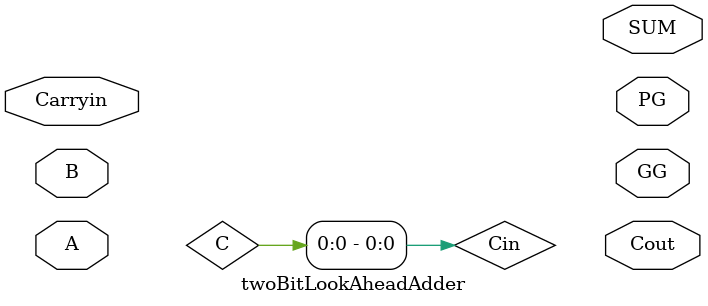
<source format=v>
`timescale 1ns / 1ps
module twoBitLookAheadAdder(
	output [1:0]SUM,
	output Cout, PG, GG,
	input [1:0] A,B,
	input Carryin
    );
	 
	wire [1:0] G,P,C;
	
	assign G = A & B;
	assign P = A ^ B;
	assign C[0] = Cin;
	assign C[1] = G[0] | (P[0] & C[0]);


endmodule

</source>
